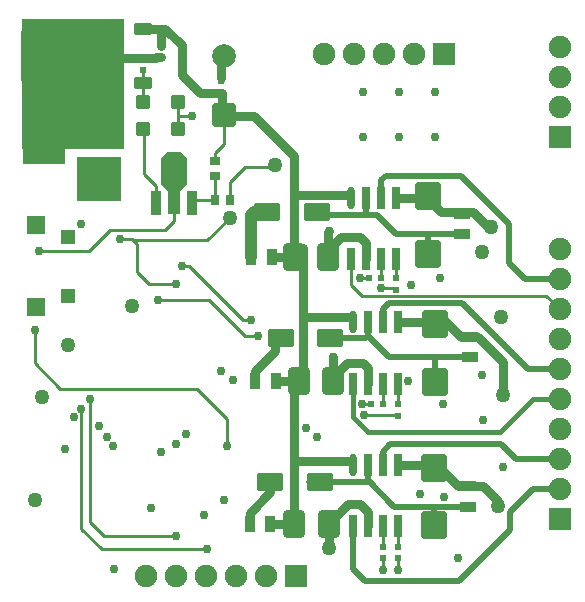
<source format=gbl>
G04 Layer_Physical_Order=4*
G04 Layer_Color=16711680*
%FSAX24Y24*%
%MOIN*%
G70*
G01*
G75*
%ADD16R,0.0236X0.0197*%
%ADD18R,0.0315X0.0354*%
%ADD19R,0.0197X0.0236*%
%ADD24C,0.0100*%
%ADD25C,0.0300*%
%ADD26C,0.0200*%
%ADD27C,0.0750*%
%ADD28R,0.0750X0.0750*%
%ADD29R,0.0750X0.0750*%
%ADD30R,0.1400X0.1400*%
%ADD31R,0.1500X0.1500*%
%ADD32C,0.0787*%
G04:AMPARAMS|DCode=33|XSize=78.7mil|YSize=78.7mil|CornerRadius=9.8mil|HoleSize=0mil|Usage=FLASHONLY|Rotation=90.000|XOffset=0mil|YOffset=0mil|HoleType=Round|Shape=RoundedRectangle|*
%AMROUNDEDRECTD33*
21,1,0.0787,0.0591,0,0,90.0*
21,1,0.0591,0.0787,0,0,90.0*
1,1,0.0197,0.0295,0.0295*
1,1,0.0197,0.0295,-0.0295*
1,1,0.0197,-0.0295,-0.0295*
1,1,0.0197,-0.0295,0.0295*
%
%ADD33ROUNDEDRECTD33*%
%ADD34R,0.0591X0.0591*%
%ADD35R,0.0492X0.0492*%
%ADD36C,0.0300*%
%ADD37C,0.0500*%
G04:AMPARAMS|DCode=39|XSize=49.2mil|YSize=48mil|CornerRadius=6mil|HoleSize=0mil|Usage=FLASHONLY|Rotation=270.000|XOffset=0mil|YOffset=0mil|HoleType=Round|Shape=RoundedRectangle|*
%AMROUNDEDRECTD39*
21,1,0.0492,0.0360,0,0,270.0*
21,1,0.0372,0.0480,0,0,270.0*
1,1,0.0120,-0.0180,-0.0186*
1,1,0.0120,-0.0180,0.0186*
1,1,0.0120,0.0180,0.0186*
1,1,0.0120,0.0180,-0.0186*
%
%ADD39ROUNDEDRECTD39*%
G04:AMPARAMS|DCode=40|XSize=39.4mil|YSize=63mil|CornerRadius=4.9mil|HoleSize=0mil|Usage=FLASHONLY|Rotation=270.000|XOffset=0mil|YOffset=0mil|HoleType=Round|Shape=RoundedRectangle|*
%AMROUNDEDRECTD40*
21,1,0.0394,0.0532,0,0,270.0*
21,1,0.0295,0.0630,0,0,270.0*
1,1,0.0098,-0.0266,-0.0148*
1,1,0.0098,-0.0266,0.0148*
1,1,0.0098,0.0266,0.0148*
1,1,0.0098,0.0266,-0.0148*
%
%ADD40ROUNDEDRECTD40*%
G04:AMPARAMS|DCode=41|XSize=216.5mil|YSize=224.4mil|CornerRadius=27.1mil|HoleSize=0mil|Usage=FLASHONLY|Rotation=270.000|XOffset=0mil|YOffset=0mil|HoleType=Round|Shape=RoundedRectangle|*
%AMROUNDEDRECTD41*
21,1,0.2165,0.1703,0,0,270.0*
21,1,0.1624,0.2244,0,0,270.0*
1,1,0.0541,-0.0851,-0.0812*
1,1,0.0541,-0.0851,0.0812*
1,1,0.0541,0.0851,0.0812*
1,1,0.0541,0.0851,-0.0812*
%
%ADD41ROUNDEDRECTD41*%
G04:AMPARAMS|DCode=42|XSize=118.1mil|YSize=88.6mil|CornerRadius=0mil|HoleSize=0mil|Usage=FLASHONLY|Rotation=90.000|XOffset=0mil|YOffset=0mil|HoleType=Round|Shape=Octagon|*
%AMOCTAGOND42*
4,1,8,0.0221,0.0591,-0.0221,0.0591,-0.0443,0.0369,-0.0443,-0.0369,-0.0221,-0.0591,0.0221,-0.0591,0.0443,-0.0369,0.0443,0.0369,0.0221,0.0591,0.0*
%
%ADD42OCTAGOND42*%

G04:AMPARAMS|DCode=43|XSize=78.7mil|YSize=35.4mil|CornerRadius=0.2mil|HoleSize=0mil|Usage=FLASHONLY|Rotation=90.000|XOffset=0mil|YOffset=0mil|HoleType=Round|Shape=RoundedRectangle|*
%AMROUNDEDRECTD43*
21,1,0.0787,0.0351,0,0,90.0*
21,1,0.0784,0.0354,0,0,90.0*
1,1,0.0004,0.0175,0.0392*
1,1,0.0004,0.0175,-0.0392*
1,1,0.0004,-0.0175,-0.0392*
1,1,0.0004,-0.0175,0.0392*
%
%ADD43ROUNDEDRECTD43*%
G04:AMPARAMS|DCode=44|XSize=82.7mil|YSize=39.4mil|CornerRadius=0.2mil|HoleSize=0mil|Usage=FLASHONLY|Rotation=90.000|XOffset=0mil|YOffset=0mil|HoleType=Round|Shape=RoundedRectangle|*
%AMROUNDEDRECTD44*
21,1,0.0827,0.0390,0,0,90.0*
21,1,0.0823,0.0394,0,0,90.0*
1,1,0.0004,0.0195,0.0411*
1,1,0.0004,0.0195,-0.0411*
1,1,0.0004,-0.0195,-0.0411*
1,1,0.0004,-0.0195,0.0411*
%
%ADD44ROUNDEDRECTD44*%
%ADD45R,0.0551X0.0335*%
G04:AMPARAMS|DCode=46|XSize=92.5mil|YSize=88.6mil|CornerRadius=11.1mil|HoleSize=0mil|Usage=FLASHONLY|Rotation=90.000|XOffset=0mil|YOffset=0mil|HoleType=Round|Shape=RoundedRectangle|*
%AMROUNDEDRECTD46*
21,1,0.0925,0.0664,0,0,90.0*
21,1,0.0704,0.0886,0,0,90.0*
1,1,0.0221,0.0332,0.0352*
1,1,0.0221,0.0332,-0.0352*
1,1,0.0221,-0.0332,-0.0352*
1,1,0.0221,-0.0332,0.0352*
%
%ADD46ROUNDEDRECTD46*%
G04:AMPARAMS|DCode=47|XSize=86.6mil|YSize=59.1mil|CornerRadius=7.4mil|HoleSize=0mil|Usage=FLASHONLY|Rotation=0.000|XOffset=0mil|YOffset=0mil|HoleType=Round|Shape=RoundedRectangle|*
%AMROUNDEDRECTD47*
21,1,0.0866,0.0443,0,0,0.0*
21,1,0.0719,0.0591,0,0,0.0*
1,1,0.0148,0.0359,-0.0221*
1,1,0.0148,-0.0359,-0.0221*
1,1,0.0148,-0.0359,0.0221*
1,1,0.0148,0.0359,0.0221*
%
%ADD47ROUNDEDRECTD47*%
%ADD48R,0.0335X0.0551*%
G04:AMPARAMS|DCode=49|XSize=90.6mil|YSize=70.9mil|CornerRadius=8.9mil|HoleSize=0mil|Usage=FLASHONLY|Rotation=270.000|XOffset=0mil|YOffset=0mil|HoleType=Round|Shape=RoundedRectangle|*
%AMROUNDEDRECTD49*
21,1,0.0906,0.0532,0,0,270.0*
21,1,0.0728,0.0709,0,0,270.0*
1,1,0.0177,-0.0266,-0.0364*
1,1,0.0177,-0.0266,0.0364*
1,1,0.0177,0.0266,0.0364*
1,1,0.0177,0.0266,-0.0364*
%
%ADD49ROUNDEDRECTD49*%
%ADD50R,0.0335X0.0295*%
%ADD51R,0.0250X0.0750*%
%ADD52O,0.0250X0.0750*%
%ADD53C,0.0150*%
%ADD54C,0.0400*%
%ADD55R,0.3450X0.4350*%
G36*
X015933Y024846D02*
Y023990D01*
X015668Y023724D01*
X015313D01*
X015048Y023990D01*
Y024846D01*
X015244Y025043D01*
X015737D01*
X015933Y024846D01*
D02*
G37*
D16*
X022950Y016650D02*
D03*
Y016256D02*
D03*
X015050Y028200D02*
D03*
Y028594D02*
D03*
X022900Y020844D02*
D03*
Y020450D02*
D03*
X022950Y011897D02*
D03*
Y011503D02*
D03*
X022450Y011897D02*
D03*
Y011503D02*
D03*
X017050Y027400D02*
D03*
Y027006D02*
D03*
X014457Y028187D02*
D03*
Y027793D02*
D03*
D18*
X017362Y023450D02*
D03*
X016850D02*
D03*
D19*
X022447Y016650D02*
D03*
X022053D02*
D03*
X022394Y020850D02*
D03*
X022000D02*
D03*
D24*
X017150Y026232D02*
Y026266D01*
Y025300D02*
Y026232D01*
X016850Y025000D02*
X017150Y025300D01*
X016850Y024750D02*
Y025000D01*
X015491Y022741D02*
Y023370D01*
X015200Y022450D02*
X015491Y022741D01*
X014137Y022100D02*
X016600D01*
X017350Y022850D01*
X015631Y026250D02*
Y026700D01*
Y025800D02*
Y026250D01*
X016100D01*
X014900Y023350D02*
Y023900D01*
X014500Y024300D02*
X014900Y023900D01*
X014500Y024300D02*
Y025769D01*
X014250Y021050D02*
Y021987D01*
X014137Y022100D02*
X014250Y021987D01*
X014650Y020650D02*
X015550D01*
X014250Y021050D02*
X014650Y020650D01*
X017850Y018900D02*
X018300D01*
X016650Y020100D02*
X017850Y018900D01*
X014950Y020100D02*
X016650D01*
X017800Y019450D02*
X018050D01*
X015994Y021256D02*
X017800Y019450D01*
X015756Y021256D02*
X015994D01*
X021750Y016650D02*
X022053D01*
X022944Y016250D02*
X022950Y016256D01*
X021700Y020850D02*
X022000D01*
X022950Y011100D02*
Y011503D01*
X022450Y011100D02*
Y011503D01*
X013150Y012250D02*
X015550D01*
X012700Y012700D02*
X013150Y012250D01*
X012700Y012700D02*
Y016800D01*
X012410Y012490D02*
Y016490D01*
Y012490D02*
X013100Y011800D01*
X016600D01*
X014469Y025800D02*
X014500Y025769D01*
X014457Y026713D02*
X014469Y026700D01*
X014457Y026713D02*
Y027350D01*
X014450Y027800D02*
X014457Y027793D01*
Y027350D02*
Y027793D01*
X022900Y020844D02*
Y021475D01*
X022950Y016650D02*
Y017325D01*
X022450Y011897D02*
Y012575D01*
X022950Y011897D02*
Y012575D01*
X022450Y016647D02*
Y017325D01*
X021821Y016290D02*
X022950D01*
X022400Y020844D02*
Y021475D01*
X022850Y020500D02*
X022900Y020450D01*
X022400Y020500D02*
X022850D01*
X022508Y020240D02*
X022509Y020242D01*
X027908D01*
X021760Y020240D02*
X022508D01*
X011000Y021750D02*
X012650D01*
X013350Y022450D01*
X015200D01*
X016250Y017150D02*
X017250Y016150D01*
Y015250D02*
Y016150D01*
X016600Y011800D02*
Y011870D01*
X027908Y020242D02*
X028350Y019800D01*
X021400Y020600D02*
X021760Y020240D01*
X021400Y020600D02*
Y021475D01*
X016850Y023450D02*
Y024238D01*
X016181Y023450D02*
X016850D01*
X016081Y023350D02*
X016181Y023450D01*
X018800Y024550D02*
X018850Y024600D01*
X017850Y024550D02*
X018800D01*
X017362Y024062D02*
X017850Y024550D01*
X017362Y023450D02*
Y024062D01*
X010850Y018000D02*
Y019100D01*
X011700Y017150D02*
X016250D01*
X010850Y018000D02*
X011700Y017150D01*
X014087Y022150D02*
X014137Y022100D01*
X013700Y022150D02*
X014087D01*
X013700D02*
X013750D01*
D25*
X017150Y026232D02*
X018168D01*
X017100D02*
X017150D01*
X017100D02*
Y027003D01*
X015750Y027606D02*
X016353Y027003D01*
X017100D01*
X019500Y023625D02*
X021350D01*
X019508Y014650D02*
Y017258D01*
Y012650D02*
Y014650D01*
Y017258D02*
X019650Y017400D01*
X018011Y012650D02*
Y013011D01*
X020642Y022392D02*
X020650Y022400D01*
X020642Y021550D02*
Y022392D01*
X020792Y018192D02*
X020800Y018200D01*
X020792Y017400D02*
Y018192D01*
X020650Y011850D02*
Y012650D01*
X017550Y010900D02*
X017650Y011000D01*
X014900Y028200D02*
X015050D01*
X014894Y028194D02*
X014900Y028200D01*
X011543Y028250D02*
X011600Y028194D01*
X023000Y023525D02*
X023904D01*
X018750Y021550D02*
X019500D01*
X021800Y018000D02*
X021950Y017850D01*
Y017325D02*
Y017850D01*
X018889Y017400D02*
X019650D01*
X024160Y019375D02*
X024200Y019415D01*
X023050Y019375D02*
X024160D01*
X020650Y012650D02*
X021300Y013300D01*
X021700D01*
X021950Y013050D01*
Y012575D02*
Y013050D01*
X023050Y014625D02*
X024025D01*
X018700Y012650D02*
X019508D01*
Y014650D02*
X019608Y014750D01*
X021325D01*
X019650Y017400D02*
X019800Y017550D01*
Y019550D02*
X021400D01*
X018168Y026232D02*
X019500Y024900D01*
X015750Y027606D02*
Y028600D01*
X015200Y029150D02*
X015750Y028600D01*
X015050Y028594D02*
Y029150D01*
X014457D02*
X015050D01*
X015200D01*
X019500Y021550D02*
Y023625D01*
Y024900D01*
X019800Y017550D02*
Y019550D01*
Y021850D01*
X024025Y014625D02*
X024150Y014500D01*
X011600Y028194D02*
X014894D01*
X017050Y027500D02*
Y028200D01*
X017149Y028198D01*
X019050Y018850D02*
X019100D01*
X024150Y014500D02*
X024350D01*
X024950Y013900D01*
X025300D01*
X025800D01*
X026300Y013400D01*
Y013250D02*
Y013400D01*
X020792Y017400D02*
Y017542D01*
X021250Y018000D01*
X021800D01*
X020642Y021550D02*
Y021792D01*
X021058Y022208D01*
X021692D01*
X021900Y022000D01*
Y021475D02*
Y022000D01*
X023904Y023525D02*
X024379Y023050D01*
X025450D01*
X025950Y022550D02*
X026050D01*
X025000Y022989D02*
X025061Y023050D01*
X025450D02*
X025950Y022550D01*
X024200Y019415D02*
X024535D01*
X025061Y018889D01*
X025350D01*
X025611D01*
X026450Y018050D01*
Y016950D02*
Y018050D01*
X018011Y013011D02*
X018700Y013700D01*
Y014050D01*
X018200Y017400D02*
Y017750D01*
X018850Y018400D01*
Y018750D01*
D26*
X021900Y022950D02*
Y023525D01*
X027305Y017800D02*
X028350D01*
X022400Y023525D02*
Y024100D01*
X022450Y014625D02*
Y015050D01*
X021450Y011150D02*
Y012575D01*
Y011150D02*
X021850Y010750D01*
X020500Y018850D02*
X020704D01*
X020000Y014050D02*
X020354D01*
X020054Y022950D02*
X021900D01*
X022250D01*
X022900Y022300D01*
X023950Y021650D02*
Y022300D01*
X022900D02*
X023950D01*
X025000D01*
X025109Y020000D02*
X027305Y017805D01*
X022450Y019625D02*
Y019800D01*
X022650Y020000D01*
X025109D01*
X021950Y018900D02*
X022650Y018200D01*
X024200Y017371D02*
Y018200D01*
X022650D02*
X024200D01*
X025350D01*
X021950Y018900D02*
Y019375D01*
X020704Y018850D02*
X020714Y018840D01*
X021890D01*
X021950Y018900D01*
X020354Y014050D02*
X021950D01*
Y014100D02*
Y014625D01*
Y014100D02*
X022839Y013211D01*
X024150Y012600D02*
Y013211D01*
X022839D02*
X024150D01*
X025300D01*
X027450Y013800D02*
X028350D01*
X026700Y013050D02*
X027450Y013800D01*
X021850Y010750D02*
X025000D01*
X026700Y012450D01*
Y013050D01*
X026900Y014800D02*
X028350D01*
X022450Y015050D02*
X022700Y015300D01*
X026400D01*
X026900Y014800D01*
X022400Y024100D02*
X022550Y024250D01*
X025050D01*
X026650Y022650D01*
Y021350D02*
Y022650D01*
Y021350D02*
X027200Y020800D01*
X028350D01*
D27*
D03*
Y016800D02*
D03*
Y015800D02*
D03*
Y018800D02*
D03*
Y019800D02*
D03*
Y013800D02*
D03*
Y017800D02*
D03*
Y014800D02*
D03*
Y021800D02*
D03*
X015550Y010900D02*
D03*
X016550D02*
D03*
X018550D02*
D03*
X017550D02*
D03*
X014550D02*
D03*
X022500Y028300D02*
D03*
X023500D02*
D03*
X021500D02*
D03*
X020500D02*
D03*
X028350Y028550D02*
D03*
Y026550D02*
D03*
Y027550D02*
D03*
D28*
Y012800D02*
D03*
Y025550D02*
D03*
D29*
X019550Y010900D02*
D03*
X024500Y028300D02*
D03*
D30*
X013000Y026512D02*
D03*
X011150Y025331D02*
D03*
D31*
X013000Y024150D02*
D03*
D32*
X017150Y028234D02*
D03*
D33*
Y026266D02*
D03*
D34*
X010887Y019866D02*
D03*
Y022622D02*
D03*
D35*
X011950Y022228D02*
D03*
Y020260D02*
D03*
D36*
X012400Y022650D02*
D03*
X015050Y015050D02*
D03*
X015550Y015300D02*
D03*
X015900Y015650D02*
D03*
X014725Y013175D02*
D03*
X013000Y015900D02*
D03*
X013250Y015550D02*
D03*
X013450Y015250D02*
D03*
X017450Y017450D02*
D03*
X017050Y017750D02*
D03*
X020250Y015550D02*
D03*
X019900Y015850D02*
D03*
X024200Y027050D02*
D03*
X023000D02*
D03*
X021800D02*
D03*
X025750Y017600D02*
D03*
X016100Y026250D02*
D03*
X011000Y021750D02*
D03*
X014950Y020100D02*
D03*
X018300Y018900D02*
D03*
X018050Y019450D02*
D03*
X015756Y021256D02*
D03*
X020650Y022400D02*
D03*
X020800Y018200D02*
D03*
X023700Y013650D02*
D03*
X023300Y017400D02*
D03*
X021821Y016290D02*
D03*
X021750Y016650D02*
D03*
X021700Y020850D02*
D03*
X025800Y016100D02*
D03*
X024950Y011500D02*
D03*
X022950Y011100D02*
D03*
X022450D02*
D03*
X016500Y012950D02*
D03*
X012410Y016490D02*
D03*
X012700Y016800D02*
D03*
X015550Y012250D02*
D03*
Y020650D02*
D03*
X024200Y025550D02*
D03*
X023000D02*
D03*
X021800D02*
D03*
X011850Y015150D02*
D03*
X017250Y015250D02*
D03*
X024450Y016650D02*
D03*
X024500Y013550D02*
D03*
X024375Y020850D02*
D03*
X012150Y016200D02*
D03*
X017150Y013450D02*
D03*
X026450Y014550D02*
D03*
X023400Y020600D02*
D03*
X022400Y020500D02*
D03*
X016600Y011800D02*
D03*
X010850Y019100D02*
D03*
X013500Y011150D02*
D03*
X013700Y022150D02*
D03*
D37*
X017350Y022850D02*
D03*
X025750Y021700D02*
D03*
X026450Y016950D02*
D03*
X026050Y022550D02*
D03*
X026300Y013250D02*
D03*
X011950Y018600D02*
D03*
X020650Y011850D02*
D03*
X012150Y027700D02*
D03*
X011050D02*
D03*
X012150Y028750D02*
D03*
X011050D02*
D03*
X014100Y019900D02*
D03*
X026400Y019550D02*
D03*
X018850Y024600D02*
D03*
X011078Y016878D02*
D03*
X010850Y013450D02*
D03*
D39*
X014469Y026700D02*
D03*
X015631D02*
D03*
X014469Y025800D02*
D03*
X015631D02*
D03*
D40*
X014457Y029150D02*
D03*
X014457Y027350D02*
D03*
D41*
X011543Y028250D02*
D03*
D42*
X015491Y024452D02*
D03*
D43*
X014900Y023350D02*
D03*
X016081D02*
D03*
D44*
X015491Y023370D02*
D03*
D45*
X025100Y022306D02*
D03*
Y022994D02*
D03*
X025350Y018200D02*
D03*
Y018889D02*
D03*
X025300Y013211D02*
D03*
Y013900D02*
D03*
D46*
X023950Y021650D02*
D03*
Y023579D02*
D03*
X024200Y017371D02*
D03*
Y019300D02*
D03*
X024150Y012600D02*
D03*
Y014529D02*
D03*
D47*
X018596Y023050D02*
D03*
X020250D02*
D03*
X019050Y018850D02*
D03*
X020704D02*
D03*
X018700Y014050D02*
D03*
X020354D02*
D03*
D48*
X018750Y021550D02*
D03*
X018061D02*
D03*
X018700Y012650D02*
D03*
X018011D02*
D03*
X018889Y017400D02*
D03*
X018200D02*
D03*
D49*
X020650Y012650D02*
D03*
X019508D02*
D03*
X020792Y017400D02*
D03*
X019650D02*
D03*
X020642Y021550D02*
D03*
X019500D02*
D03*
D50*
X016850Y024238D02*
D03*
Y024750D02*
D03*
D51*
X022450Y014625D02*
D03*
X022950Y012575D02*
D03*
X021450D02*
D03*
X022450D02*
D03*
X022950Y014625D02*
D03*
X021950D02*
D03*
Y012575D02*
D03*
X022450Y019375D02*
D03*
X022950Y017325D02*
D03*
X021450D02*
D03*
X022450D02*
D03*
X022950Y019375D02*
D03*
X021950D02*
D03*
Y017325D02*
D03*
X022400Y023525D02*
D03*
X022900Y021475D02*
D03*
X021400D02*
D03*
X022400D02*
D03*
X022900Y023525D02*
D03*
X021900D02*
D03*
Y021475D02*
D03*
D52*
X021450Y014625D02*
D03*
Y019375D02*
D03*
X021400Y023525D02*
D03*
D53*
X027450Y016800D02*
X028350D01*
X021450Y016200D02*
Y017325D01*
Y016200D02*
X021950Y015700D01*
X026350D01*
X027450Y016800D01*
D54*
X018161Y023050D02*
X018596D01*
X018061Y021550D02*
Y022950D01*
X018161Y023050D01*
D55*
X012125Y027325D02*
D03*
M02*

</source>
